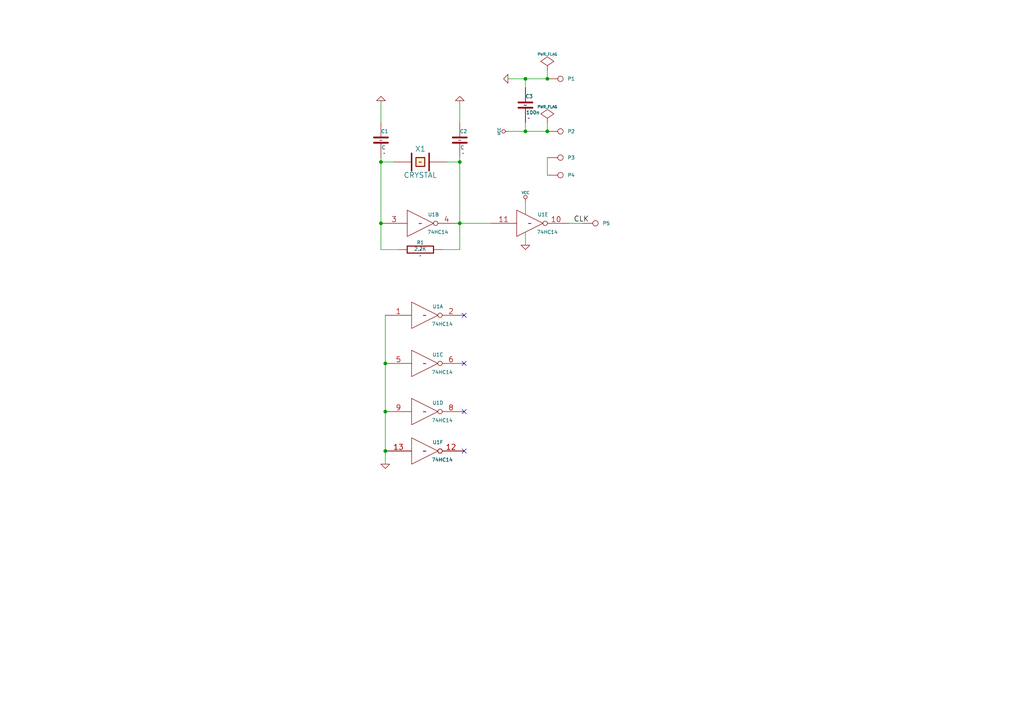
<source format=kicad_sch>
(kicad_sch (version 20211123) (generator eeschema)
  (paper "A4")
  (title_block (title "noname.sch") (date "10 apr 2014"))
  (lib_symbols
    (symbol "clk-capteur-rescue:74HC14" (pin_names (offset 0.762))
      (property "Reference" "U" (at 3.81 2.54 0))
      (property "Value" "74HC14" (at 5.08 -2.54 0))
      (symbol "74HC14_0_0"
        (polyline (pts (xy -3.81 3.81) (xy -3.81 -3.81) (xy 3.81 0) (xy -3.81 3.81)))
        (pin power_in line (at -1.27 2.54 270) (length 0) hide (name "VCC") (number "14"))
        (pin power_in line (at -1.27 -2.54 90) (length 0) hide (name "GND") (number "7"))
      )
      (symbol "74HC14_1_1"
        (pin input line (at -11.43 0 0) (length 7.62) (name "~") (number "1"))
        (pin output inverted (at 11.43 0 180) (length 7.62) (name "~") (number "2"))
      )
      (symbol "74HC14_1_2"
        (pin input inverted (at -11.43 0 0) (length 7.62) (name "~") (number "1"))
        (pin output line (at 11.43 0 180) (length 7.62) (name "~") (number "2"))
      )
      (symbol "74HC14_2_1"
        (pin input line (at -11.43 0 0) (length 7.62) (name "~") (number "3"))
        (pin output inverted (at 11.43 0 180) (length 7.62) (name "~") (number "4"))
      )
      (symbol "74HC14_2_2"
        (pin input inverted (at -11.43 0 0) (length 7.62) (name "~") (number "3"))
        (pin output line (at 11.43 0 180) (length 7.62) (name "~") (number "4"))
      )
      (symbol "74HC14_3_1"
        (pin input line (at -11.43 0 0) (length 7.62) (name "~") (number "5"))
        (pin output inverted (at 11.43 0 180) (length 7.62) (name "~") (number "6"))
      )
      (symbol "74HC14_3_2"
        (pin input inverted (at -11.43 0 0) (length 7.62) (name "~") (number "5"))
        (pin output line (at 11.43 0 180) (length 7.62) (name "~") (number "6"))
      )
      (symbol "74HC14_4_1"
        (pin output inverted (at 11.43 0 180) (length 7.62) (name "~") (number "8"))
        (pin input line (at -11.43 0 0) (length 7.62) (name "~") (number "9"))
      )
      (symbol "74HC14_4_2"
        (pin output line (at 11.43 0 180) (length 7.62) (name "~") (number "8"))
        (pin input inverted (at -11.43 0 0) (length 7.62) (name "~") (number "9"))
      )
      (symbol "74HC14_5_1"
        (pin output inverted (at 11.43 0 180) (length 7.62) (name "~") (number "10"))
        (pin input line (at -11.43 0 0) (length 7.62) (name "~") (number "11"))
      )
      (symbol "74HC14_5_2"
        (pin output line (at 11.43 0 180) (length 7.62) (name "~") (number "10"))
        (pin input inverted (at -11.43 0 0) (length 7.62) (name "~") (number "11"))
      )
      (symbol "74HC14_6_1"
        (pin output inverted (at 11.43 0 180) (length 7.62) (name "~") (number "12"))
        (pin input line (at -11.43 0 0) (length 7.62) (name "~") (number "13"))
      )
      (symbol "74HC14_6_2"
        (pin output line (at 11.43 0 180) (length 7.62) (name "~") (number "12"))
        (pin input inverted (at -11.43 0 0) (length 7.62) (name "~") (number "13"))
      )
    )
    (symbol "clk-capteur-rescue:C" (pin_numbers hide) (pin_names (offset 0.254))
      (property "Reference" "C" (at 0 2.54 0))
      (property "Value" "C" (at 0.1524 -2.159 0))
      (symbol "C_0_1"
        (polyline (pts (xy -2.032 -0.762) (xy 2.032 -0.762)) (stroke (width 0.508)))
        (polyline (pts (xy -2.032 0.762) (xy 2.032 0.762)) (stroke (width 0.508)))
      )
      (symbol "C_1_1"
        (pin passive line (at 0 5.08 270) (length 4.318) (name "~") (number "1"))
        (pin passive line (at 0 -5.08 90) (length 4.318) (name "~") (number "2"))
      )
    )
    (symbol "clk-capteur-rescue:CONN_1" (pin_numbers hide) (pin_names (offset 0.762) hide)
      (property "Reference" "P" (at 2.032 0 0))
      (symbol "CONN_1_0_1"
        (polyline (pts (xy -0.762 0) (xy -1.27 0)))
        (circle (center 0 0) (radius 0.7874))
      )
      (symbol "CONN_1_1_1"
        (pin passive line (at -3.81 0 0) (length 2.54) (name "1") (number "1"))
      )
    )
    (symbol "clk-capteur-rescue:CRYSTAL" (pin_numbers hide) (pin_names (offset 1.016) hide)
      (property "Reference" "X" (at 0 3.81 0))
      (property "Value" "CRYSTAL" (at 0 -3.81 0))
      (symbol "CRYSTAL_0_1"
        (polyline (pts (xy -2.54 2.54) (xy -2.54 -2.54)) (stroke (width 0.4064)))
        (polyline (pts (xy 2.54 2.54) (xy 2.54 -2.54)) (stroke (width 0.4064)))
        (polyline (pts (xy -1.27 1.27) (xy 1.27 1.27) (xy 1.27 -1.27) (xy -1.27 -1.27) (xy -1.27 1.27)) (stroke (width 0.3048)) (fill (type background)))
      )
      (symbol "CRYSTAL_1_1"
        (pin passive line (at -7.62 0 0) (length 5.08) (name "1") (number "1"))
        (pin passive line (at 7.62 0 180) (length 5.08) (name "2") (number "2"))
      )
    )
    (symbol "clk-capteur-rescue:GND" (power) (pin_names (offset 0))
      (symbol "GND_0_1"
        (polyline (pts (xy -1.27 0) (xy 0 -1.27) (xy 1.27 0) (xy -1.27 0)))
      )
      (symbol "GND_1_1"
        (pin power_in line (at 0 0 90) (length 0) hide (name "GND") (number "1"))
      )
    )
    (symbol "clk-capteur-rescue:PWR_FLAG" (power) (pin_numbers hide) (pin_names (offset 0) hide)
      (property "Value" "PWR_FLAG" (at 0 4.572 0))
      (symbol "PWR_FLAG_0_0"
        (pin power_out line (at 0 0 90) (length 0) (name "pwr") (number "1"))
      )
      (symbol "PWR_FLAG_0_1"
        (polyline (pts (xy 0 0) (xy 0 1.27) (xy -1.905 2.54) (xy 0 3.81) (xy 1.905 2.54) (xy 0 1.27)))
      )
    )
    (symbol "clk-capteur-rescue:R" (pin_numbers hide) (pin_names (offset 0))
      (property "Reference" "R" (at 2.032 0 90))
      (property "Value" "R" (at 0.1778 0.0254 90))
      (symbol "R_0_1"
        (rectangle (start -1.016 3.81) (end 1.016 -3.81) (stroke (width 0.3048)))
      )
      (symbol "R_1_1"
        (pin passive line (at 0 6.35 270) (length 2.54) (name "~") (number "1"))
        (pin passive line (at 0 -6.35 90) (length 2.54) (name "~") (number "2"))
      )
    )
    (symbol "clk-capteur-rescue:VCC" (power) (pin_names (offset 0))
      (property "Value" "VCC" (at 0 2.54 0))
      (symbol "VCC_0_0"
        (pin power_in line (at 0 0 90) (length 0) hide (name "VCC") (number "1"))
      )
      (symbol "VCC_0_1"
        (polyline (pts (xy 0 0) (xy 0 0.762) (xy 0 0.762)))
        (circle (center 0 1.27) (radius 0.508))
      )
    )
  )
  (junction (at 111.76 105.41))
  (junction (at 110.49 46.99))
  (junction (at 133.35 64.77))
  (junction (at 158.75 22.86))
  (junction (at 158.75 38.1))
  (junction (at 110.49 64.77))
  (junction (at 133.35 46.99))
  (junction (at 111.76 130.81))
  (junction (at 152.4 38.1))
  (junction (at 152.4 22.86))
  (junction (at 111.76 119.38))
  (no_connect (at 134.62 105.41))
  (no_connect (at 134.62 130.81))
  (no_connect (at 134.62 119.38))
  (no_connect (at 134.62 91.44))
  (wire (pts (xy 152.4 25.4) (xy 152.4 22.86)))
  (wire (pts (xy 152.4 71.12) (xy 152.4 67.31)))
  (wire (pts (xy 111.76 91.44) (xy 111.76 105.41)))
  (wire (pts (xy 111.76 119.38) (xy 111.76 130.81)))
  (wire (pts (xy 158.75 45.72) (xy 158.75 50.8)))
  (wire (pts (xy 111.76 105.41) (xy 111.76 119.38)))
  (wire (pts (xy 152.4 22.86) (xy 158.75 22.86)))
  (wire (pts (xy 133.35 72.39) (xy 128.27 72.39)))
  (wire (pts (xy 110.49 29.21) (xy 110.49 35.56)))
  (wire (pts (xy 133.35 64.77) (xy 133.35 72.39)))
  (wire (pts (xy 133.35 64.77) (xy 142.24 64.77)))
  (wire (pts (xy 147.32 22.86) (xy 152.4 22.86)))
  (wire (pts (xy 111.76 130.81) (xy 111.76 134.62)))
  (wire (pts (xy 110.49 72.39) (xy 115.57 72.39)))
  (wire (pts (xy 147.32 38.1) (xy 152.4 38.1)))
  (wire (pts (xy 114.3 46.99) (xy 110.49 46.99)))
  (wire (pts (xy 152.4 38.1) (xy 158.75 38.1)))
  (wire (pts (xy 158.75 38.1) (xy 158.75 35.56)))
  (wire (pts (xy 152.4 35.56) (xy 152.4 38.1)))
  (wire (pts (xy 152.4 58.42) (xy 152.4 62.23)))
  (wire (pts (xy 133.35 46.99) (xy 133.35 64.77)))
  (wire (pts (xy 158.75 22.86) (xy 158.75 20.32)))
  (wire (pts (xy 133.35 45.72) (xy 133.35 46.99)))
  (wire (pts (xy 110.49 64.77) (xy 110.49 72.39)))
  (wire (pts (xy 165.1 64.77) (xy 168.91 64.77)))
  (wire (pts (xy 110.49 45.72) (xy 110.49 46.99)))
  (wire (pts (xy 133.35 29.21) (xy 133.35 35.56)))
  (wire (pts (xy 110.49 46.99) (xy 110.49 64.77)))
  (wire (pts (xy 129.54 46.99) (xy 133.35 46.99)))
  (label "CLK" (at 166.37 64.77 0) (effects (font (size 1.524 1.524))))
  (symbol (lib_id "clk-capteur-rescue:74HC14") (at 121.92 64.77 0) (unit 2)
    (property "Reference" "U1" (at 125.73 62.23 0) (effects (font (size 1.016 1.016))))
    (property "Value" "74HC14" (at 127 67.31 0) (effects (font (size 1.016 1.016))))
    (property "Footprint" "~" (at 121.92 64.77 0) (effects (font (size 1.524 1.524))))
    (property "Datasheet" "~" (at 121.92 64.77 0) (effects (font (size 1.524 1.524))))
  )
  (symbol (lib_id "clk-capteur-rescue:74HC14") (at 153.67 64.77 0) (unit 5)
    (property "Reference" "U1" (at 157.48 62.23 0) (effects (font (size 1.016 1.016))))
    (property "Value" "74HC14" (at 158.75 67.31 0) (effects (font (size 1.016 1.016))))
    (property "Footprint" "~" (at 153.67 64.77 0) (effects (font (size 1.524 1.524))))
    (property "Datasheet" "~" (at 153.67 64.77 0) (effects (font (size 1.524 1.524))))
  )
  (symbol (lib_id "clk-capteur-rescue:74HC14") (at 123.19 91.44 0) (unit 1)
    (property "Reference" "U1" (at 127 88.9 0) (effects (font (size 1.016 1.016))))
    (property "Value" "74HC14" (at 128.27 93.98 0) (effects (font (size 1.016 1.016))))
    (property "Footprint" "~" (at 123.19 91.44 0) (effects (font (size 1.524 1.524))))
    (property "Datasheet" "~" (at 123.19 91.44 0) (effects (font (size 1.524 1.524))))
  )
  (symbol (lib_id "clk-capteur-rescue:74HC14") (at 123.19 105.41 0) (unit 3)
    (property "Reference" "U1" (at 127 102.87 0) (effects (font (size 1.016 1.016))))
    (property "Value" "74HC14" (at 128.27 107.95 0) (effects (font (size 1.016 1.016))))
    (property "Footprint" "~" (at 123.19 105.41 0) (effects (font (size 1.524 1.524))))
    (property "Datasheet" "~" (at 123.19 105.41 0) (effects (font (size 1.524 1.524))))
  )
  (symbol (lib_id "clk-capteur-rescue:74HC14") (at 123.19 119.38 0) (unit 4)
    (property "Reference" "U1" (at 127 116.84 0) (effects (font (size 1.016 1.016))))
    (property "Value" "74HC14" (at 128.27 121.92 0) (effects (font (size 1.016 1.016))))
    (property "Footprint" "~" (at 123.19 119.38 0) (effects (font (size 1.524 1.524))))
    (property "Datasheet" "~" (at 123.19 119.38 0) (effects (font (size 1.524 1.524))))
  )
  (symbol (lib_id "clk-capteur-rescue:74HC14") (at 123.19 130.81 0) (unit 6)
    (property "Reference" "U1" (at 127 128.27 0) (effects (font (size 1.016 1.016))))
    (property "Value" "74HC14" (at 128.27 133.35 0) (effects (font (size 1.016 1.016))))
    (property "Footprint" "~" (at 123.19 130.81 0) (effects (font (size 1.524 1.524))))
    (property "Datasheet" "~" (at 123.19 130.81 0) (effects (font (size 1.524 1.524))))
  )
  (symbol (lib_id "clk-capteur-rescue:R") (at 121.92 72.39 90) (unit 1)
    (property "Reference" "R1" (at 121.92 70.358 90) (effects (font (size 1.016 1.016))))
    (property "Value" "2.2K" (at 121.8946 72.2122 90) (effects (font (size 1.016 1.016))))
    (property "Footprint" "~" (at 121.92 74.168 90) (effects (font (size 0.762 0.762))))
    (property "Datasheet" "~" (at 121.92 72.39 0) (effects (font (size 0.762 0.762))))
  )
  (symbol (lib_id "clk-capteur-rescue:C") (at 133.35 40.64 0) (unit 1)
    (property "Reference" "C2" (at 133.35 38.1 0) (effects (font (size 1.016 1.016)) (justify left)))
    (property "Value" "C" (at 133.5024 42.799 0) (effects (font (size 1.016 1.016)) (justify left)))
    (property "Footprint" "~" (at 134.3152 44.45 0) (effects (font (size 0.762 0.762))))
    (property "Datasheet" "~" (at 133.35 40.64 0) (effects (font (size 1.524 1.524))))
  )
  (symbol (lib_id "clk-capteur-rescue:C") (at 110.49 40.64 0) (unit 1)
    (property "Reference" "C1" (at 110.49 38.1 0) (effects (font (size 1.016 1.016)) (justify left)))
    (property "Value" "C" (at 110.6424 42.799 0) (effects (font (size 1.016 1.016)) (justify left)))
    (property "Footprint" "~" (at 111.4552 44.45 0) (effects (font (size 0.762 0.762))))
    (property "Datasheet" "~" (at 110.49 40.64 0) (effects (font (size 1.524 1.524))))
  )
  (symbol (lib_id "clk-capteur-rescue:GND") (at 133.35 29.21 180) (unit 1)
    (property "Reference" "#PWR01" (effects hide))
    (property "Value" "GND" (effects hide))
  )
  (symbol (lib_id "clk-capteur-rescue:GND") (at 110.49 29.21 180) (unit 1)
    (property "Reference" "#PWR02" (effects hide))
    (property "Value" "GND" (effects hide))
  )
  (symbol (lib_id "clk-capteur-rescue:CONN_1") (at 162.56 22.86 0) (unit 1)
    (property "Reference" "P1" (at 164.592 22.86 0) (effects (font (size 1.016 1.016)) (justify left)))
    (property "Value" "CONN_1" (effects hide))
  )
  (symbol (lib_id "clk-capteur-rescue:CONN_1") (at 172.72 64.77 0) (unit 1)
    (property "Reference" "P5" (at 174.752 64.77 0) (effects (font (size 1.016 1.016)) (justify left)))
    (property "Value" "CONN_1" (effects hide))
  )
  (symbol (lib_id "clk-capteur-rescue:GND") (at 147.32 22.86 270) (unit 1)
    (property "Reference" "#PWR03" (effects hide))
    (property "Value" "GND" (effects hide))
  )
  (symbol (lib_id "clk-capteur-rescue:VCC") (at 147.32 38.1 90) (unit 1)
    (property "Reference" "#PWR04" (effects hide))
    (property "Value" "VCC" (at 144.78 38.1 0) (effects (font (size 0.762 0.762))))
  )
  (symbol (lib_id "clk-capteur-rescue:CRYSTAL") (at 121.92 46.99 0) (unit 1)
    (property "Reference" "X1" (at 121.92 43.18 0) (effects (font (size 1.524 1.524))))
    (property "Value" "CRYSTAL" (at 121.92 50.8 0) (effects (font (size 1.524 1.524))))
    (property "Footprint" "~" (at 121.92 46.99 0) (effects (font (size 1.524 1.524))))
    (property "Datasheet" "~" (at 121.92 46.99 0) (effects (font (size 1.524 1.524))))
  )
  (symbol (lib_id "clk-capteur-rescue:GND") (at 152.4 71.12 0) (unit 1)
    (property "Reference" "#PWR05" (effects hide))
    (property "Value" "GND" (effects hide))
  )
  (symbol (lib_id "clk-capteur-rescue:VCC") (at 152.4 58.42 0) (unit 1)
    (property "Reference" "#PWR06" (effects hide))
    (property "Value" "VCC" (at 152.4 55.88 0) (effects (font (size 0.762 0.762))))
  )
  (symbol (lib_id "clk-capteur-rescue:PWR_FLAG") (at 158.75 20.32 0) (unit 1)
    (property "Reference" "#FLG07" (effects hide))
    (property "Value" "PWR_FLAG" (at 158.75 15.748 0) (effects (font (size 0.762 0.762))))
  )
  (symbol (lib_id "clk-capteur-rescue:PWR_FLAG") (at 158.75 35.56 0) (unit 1)
    (property "Reference" "#FLG08" (effects hide))
    (property "Value" "PWR_FLAG" (at 158.75 30.988 0) (effects (font (size 0.762 0.762))))
  )
  (symbol (lib_id "clk-capteur-rescue:CONN_1") (at 162.56 38.1 0) (unit 1)
    (property "Reference" "P2" (at 164.592 38.1 0) (effects (font (size 1.016 1.016)) (justify left)))
    (property "Value" "CONN_1" (effects hide))
  )
  (symbol (lib_id "clk-capteur-rescue:CONN_1") (at 162.56 45.72 0) (unit 1)
    (property "Reference" "P3" (at 164.592 45.72 0) (effects (font (size 1.016 1.016)) (justify left)))
    (property "Value" "CONN_1" (effects hide))
  )
  (symbol (lib_id "clk-capteur-rescue:CONN_1") (at 162.56 50.8 0) (unit 1)
    (property "Reference" "P4" (at 164.592 50.8 0) (effects (font (size 1.016 1.016)) (justify left)))
    (property "Value" "CONN_1" (effects hide))
  )
  (symbol (lib_id "clk-capteur-rescue:GND") (at 111.76 134.62 0) (unit 1)
    (property "Reference" "#PWR09" (effects hide))
    (property "Value" "GND" (effects hide))
  )
  (symbol (lib_id "clk-capteur-rescue:C") (at 152.4 30.48 0) (unit 1)
    (property "Reference" "C3" (at 152.4 27.94 0) (effects (font (size 1.016 1.016)) (justify left)))
    (property "Value" "100n" (at 152.5524 32.639 0) (effects (font (size 1.016 1.016)) (justify left)))
    (property "Footprint" "~" (at 153.3652 34.29 0) (effects (font (size 0.762 0.762))))
    (property "Datasheet" "~" (at 152.4 30.48 0) (effects (font (size 1.524 1.524))))
  )
)
</source>
